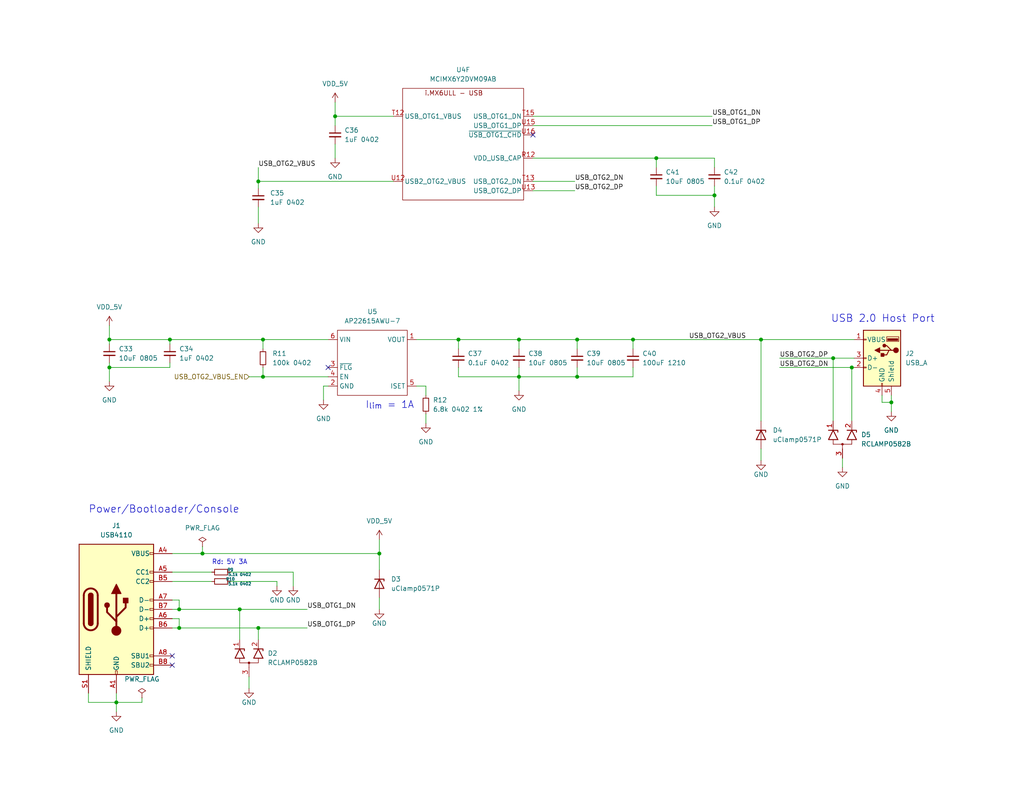
<source format=kicad_sch>
(kicad_sch (version 20230121) (generator eeschema)
  (paper "USLetter")
  (title_block (title "catfood") (date "${date}") (rev "${git_hash}") (company "Ian Kilgore"))
  (lib_symbols
    (symbol "Connector:USB_A" (pin_names (offset 1.016))
      (property "Reference" "J" (at -5.08 11.43 0))
      (property "Value" "USB_A" (at -5.08 8.89 0))
      (symbol "USB_A_1_1"
        (pin power_in line (at 7.62 5.08 180) (length 2.54) (name "VBUS") (number "1"))
        (pin bidirectional line (at 7.62 -2.54 180) (length 2.54) (name "D-") (number "2"))
        (pin bidirectional line (at 7.62 0 180) (length 2.54) (name "D+") (number "3"))
        (pin power_in line (at 0 -10.16 90) (length 2.54) (name "GND") (number "4"))
        (pin passive line (at -2.54 -10.16 90) (length 2.54) (name "Shield") (number "5"))
      )
    )
    (symbol "Connector:USB_C_Receptacle_USB2.0" (pin_names (offset 1.016))
      (property "Reference" "J" (at -10.16 19.05 0))
      (property "Value" "USB_C_Receptacle_USB2.0" (at 19.05 19.05 0))
      (symbol "USB_C_Receptacle_USB2.0_1_1"
        (pin passive line (at 0 -22.86 90) (length 5.08) (name "GND") (number "A1"))
        (pin passive line (at 0 -22.86 90) (length 5.08) hide (name "GND") (number "A12"))
        (pin passive line (at 15.24 15.24 180) (length 5.08) (name "VBUS") (number "A4"))
        (pin bidirectional line (at 15.24 10.16 180) (length 5.08) (name "CC1") (number "A5"))
        (pin bidirectional line (at 15.24 -2.54 180) (length 5.08) (name "D+") (number "A6"))
        (pin bidirectional line (at 15.24 2.54 180) (length 5.08) (name "D-") (number "A7"))
        (pin bidirectional line (at 15.24 -12.7 180) (length 5.08) (name "SBU1") (number "A8"))
        (pin passive line (at 15.24 15.24 180) (length 5.08) hide (name "VBUS") (number "A9"))
        (pin passive line (at 0 -22.86 90) (length 5.08) hide (name "GND") (number "B1"))
        (pin passive line (at 0 -22.86 90) (length 5.08) hide (name "GND") (number "B12"))
        (pin passive line (at 15.24 15.24 180) (length 5.08) hide (name "VBUS") (number "B4"))
        (pin bidirectional line (at 15.24 7.62 180) (length 5.08) (name "CC2") (number "B5"))
        (pin bidirectional line (at 15.24 -5.08 180) (length 5.08) (name "D+") (number "B6"))
        (pin bidirectional line (at 15.24 0 180) (length 5.08) (name "D-") (number "B7"))
        (pin bidirectional line (at 15.24 -15.24 180) (length 5.08) (name "SBU2") (number "B8"))
        (pin passive line (at 15.24 15.24 180) (length 5.08) hide (name "VBUS") (number "B9"))
        (pin passive line (at -7.62 -22.86 90) (length 5.08) (name "SHIELD") (number "S1"))
      )
    )
    (symbol "Device:C_Small" (pin_numbers hide) (pin_names (offset 0.254) hide)
      (property "Reference" "C" (at 0.254 1.778 0))
      (property "Value" "C_Small" (at 0.254 -2.032 0))
      (symbol "C_Small_1_1"
        (pin passive line (at 0 2.54 270) (length 2.032) (name "~") (number "1"))
        (pin passive line (at 0 -2.54 90) (length 2.032) (name "~") (number "2"))
      )
    )
    (symbol "Device:D_Zener" (pin_numbers hide) (pin_names (offset 1.016) hide)
      (property "Reference" "D" (at 0 2.54 0))
      (property "Value" "D_Zener" (at 0 -2.54 0))
      (symbol "D_Zener_1_1"
        (pin passive line (at -3.81 0 0) (length 2.54) (name "K") (number "1"))
        (pin passive line (at 3.81 0 180) (length 2.54) (name "A") (number "2"))
      )
    )
    (symbol "Device:R_Small" (pin_numbers hide) (pin_names (offset 0.254) hide)
      (property "Reference" "R" (at 0.762 0.508 0))
      (property "Value" "R_Small" (at 0.762 -1.016 0))
      (symbol "R_Small_1_1"
        (pin passive line (at 0 2.54 270) (length 0.762) (name "~") (number "1"))
        (pin passive line (at 0 -2.54 90) (length 0.762) (name "~") (number "2"))
      )
    )
    (symbol "Power_Protection:RCLAMP0582B" (pin_names hide)
      (property "Reference" "D" (at 0 5.08 0))
      (property "Value" "RCLAMP0582B" (at 0 -5.08 0))
      (symbol "RCLAMP0582B_0_1"
        (pin passive line (at -5.08 0 0) (length 2.54) (name "A") (number "3"))
      )
      (symbol "RCLAMP0582B_1_1"
        (pin passive line (at 5.08 2.54 180) (length 2.54) (name "K1") (number "1"))
        (pin passive line (at 5.08 -2.54 180) (length 2.54) (name "K2") (number "2"))
      )
    )
    (symbol "catfood:AP22615AWU-7"
      (property "Reference" "U" (at -8.89 7.62 0))
      (property "Value" "AP22615AWU-7" (at 8.89 7.62 0))
      (symbol "AP22615AWU-7_1_1"
        (pin power_out line (at 12.7 3.81 180) (length 2.54) (name "VOUT") (number "1"))
        (pin power_in line (at -11.43 -8.89 0) (length 2.54) (name "GND") (number "2"))
        (pin open_collector line (at -11.43 -3.81 0) (length 2.54) (name "~{FLG}") (number "3"))
        (pin input line (at -11.43 -6.35 0) (length 2.54) (name "EN") (number "4"))
        (pin passive line (at 12.7 -8.89 180) (length 2.54) (name "ISET") (number "5"))
        (pin power_in line (at -11.43 3.81 0) (length 2.54) (name "VIN") (number "6"))
      )
    )
    (symbol "catfood:MCIMX6YxxVMxxxx"
      (property "Reference" "U" (at -19.05 27.94 0))
      (property "Value" "MCIMX6YxxVMxxxx" (at 10.16 27.94 0))
      (symbol "MCIMX6YxxVMxxxx_1_0"
        (text "i.MX6ULL - Power" (at -1.27 25.4 0) (effects (font (size 1.27 1.27))))
        (pin passive line (at -17.78 -29.21 0) (length 2.54) hide (name "VSS") (number "A1"))
        (pin passive line (at -17.78 -29.21 0) (length 2.54) hide (name "VSS") (number "A17"))
        (pin power_in line (at -17.78 -29.21 0) (length 2.54) (name "VSS") (number "C11"))
        (pin passive line (at -17.78 -29.21 0) (length 2.54) hide (name "VSS") (number "C15"))
        (pin passive line (at -17.78 -29.21 0) (length 2.54) hide (name "VSS") (number "C3"))
        (pin passive line (at -17.78 -29.21 0) (length 2.54) hide (name "VSS") (number "C7"))
        (pin passive line (at -17.78 -29.21 0) (length 2.54) hide (name "VSS") (number "E11"))
        (pin passive line (at -17.78 -29.21 0) (length 2.54) hide (name "VSS") (number "E8"))
        (pin passive line (at -17.78 -29.21 0) (length 2.54) hide (name "VSS") (number "F10"))
        (pin passive line (at -17.78 -29.21 0) (length 2.54) hide (name "VSS") (number "F11"))
        (pin passive line (at -17.78 -29.21 0) (length 2.54) hide (name "VSS") (number "F12"))
        (pin passive line (at -17.78 -29.21 0) (length 2.54) hide (name "VSS") (number "F6"))
        (pin passive line (at -17.78 -29.21 0) (length 2.54) hide (name "VSS") (number "F7"))
        (pin passive line (at -17.78 -29.21 0) (length 2.54) hide (name "VSS") (number "F8"))
        (pin passive line (at -17.78 -29.21 0) (length 2.54) hide (name "VSS") (number "F9"))
        (pin passive line (at 17.78 19.05 180) (length 2.54) (name "VDD_ARM_CAP") (number "G10"))
        (pin passive line (at 17.78 19.05 180) (length 2.54) hide (name "VDD_ARM_CAP") (number "G11"))
        (pin passive line (at -17.78 -29.21 0) (length 2.54) hide (name "VSS") (number "G12"))
        (pin passive line (at -17.78 -29.21 0) (length 2.54) hide (name "VSS") (number "G15"))
        (pin passive line (at -17.78 -29.21 0) (length 2.54) hide (name "VSS") (number "G3"))
        (pin passive line (at -17.78 -29.21 0) (length 2.54) hide (name "VSS") (number "G5"))
        (pin passive line (at -17.78 -29.21 0) (length 2.54) hide (name "VSS") (number "G7"))
        (pin passive line (at 17.78 1.27 180) (length 2.54) (name "VDD_SOC_CAP") (number "G8"))
        (pin passive line (at 17.78 19.05 180) (length 2.54) hide (name "VDD_ARM_CAP") (number "G9"))
        (pin power_in line (at -17.78 19.05 0) (length 2.54) (name "VDD_SOC_IN") (number "H10"))
        (pin passive line (at 17.78 19.05 180) (length 2.54) hide (name "VDD_ARM_CAP") (number "H11"))
        (pin passive line (at -17.78 -29.21 0) (length 2.54) hide (name "VSS") (number "H12"))
        (pin passive line (at -17.78 -29.21 0) (length 2.54) hide (name "VSS") (number "H7"))
        (pin passive line (at 17.78 1.27 180) (length 2.54) hide (name "VDD_SOC_CAP") (number "H8"))
        (pin passive line (at -17.78 19.05 0) (length 2.54) hide (name "VDD_SOC_IN") (number "H9"))
        (pin passive line (at -17.78 19.05 0) (length 2.54) hide (name "VDD_SOC_IN") (number "J10"))
        (pin passive line (at 17.78 1.27 180) (length 2.54) hide (name "VDD_SOC_CAP") (number "J11"))
        (pin passive line (at -17.78 -29.21 0) (length 2.54) hide (name "VSS") (number "J12"))
        (pin passive line (at -17.78 -29.21 0) (length 2.54) hide (name "VSS") (number "J5"))
        (pin passive line (at -17.78 -29.21 0) (length 2.54) hide (name "VSS") (number "J7"))
        (pin passive line (at 17.78 1.27 180) (length 2.54) hide (name "VDD_SOC_CAP") (number "J8"))
        (pin passive line (at -17.78 19.05 0) (length 2.54) hide (name "VDD_SOC_IN") (number "J9"))
        (pin passive line (at -17.78 19.05 0) (length 2.54) hide (name "VDD_SOC_IN") (number "K10"))
        (pin passive line (at 17.78 1.27 180) (length 2.54) hide (name "VDD_SOC_CAP") (number "K11"))
        (pin passive line (at -17.78 -29.21 0) (length 2.54) hide (name "VSS") (number "K12"))
        (pin passive line (at -17.78 -29.21 0) (length 2.54) hide (name "VSS") (number "K7"))
        (pin passive line (at 17.78 1.27 180) (length 2.54) hide (name "VDD_SOC_CAP") (number "K8"))
        (pin passive line (at -17.78 19.05 0) (length 2.54) hide (name "VDD_SOC_IN") (number "K9"))
        (pin passive line (at 17.78 1.27 180) (length 2.54) hide (name "VDD_SOC_CAP") (number "L10"))
        (pin passive line (at 17.78 1.27 180) (length 2.54) hide (name "VDD_SOC_CAP") (number "L11"))
        (pin passive line (at -17.78 -29.21 0) (length 2.54) hide (name "VSS") (number "L12"))
        (pin passive line (at -17.78 -29.21 0) (length 2.54) hide (name "VSS") (number "L3"))
        (pin passive line (at -17.78 -29.21 0) (length 2.54) hide (name "VSS") (number "L7"))
        (pin passive line (at 17.78 1.27 180) (length 2.54) hide (name "VDD_SOC_CAP") (number "L8"))
        (pin passive line (at 17.78 1.27 180) (length 2.54) hide (name "VDD_SOC_CAP") (number "L9"))
        (pin passive line (at -17.78 -29.21 0) (length 2.54) hide (name "VSS") (number "M10"))
        (pin passive line (at -17.78 -29.21 0) (length 2.54) hide (name "VSS") (number "M11"))
        (pin power_in line (at -17.78 -26.67 0) (length 2.54) (name "NGND_KEL0") (number "M12"))
        (pin passive line (at -17.78 -29.21 0) (length 2.54) hide (name "VSS") (number "M7"))
        (pin passive line (at -17.78 -29.21 0) (length 2.54) hide (name "VSS") (number "M8"))
        (pin passive line (at -17.78 -29.21 0) (length 2.54) hide (name "VSS") (number "M9"))
        (pin passive line (at 17.78 -29.21 180) (length 2.54) (name "VDD_SNVS_CAP") (number "N12"))
        (pin power_in line (at -17.78 1.27 0) (length 2.54) (name "VDD_HIGH_IN") (number "N13"))
        (pin passive line (at -17.78 -29.21 0) (length 2.54) hide (name "VSS") (number "N3"))
        (pin passive line (at -17.78 -29.21 0) (length 2.54) hide (name "VSS") (number "N5"))
        (pin power_in line (at -17.78 -13.97 0) (length 2.54) (name "VDD_SNVS_IN") (number "P12"))
        (pin passive line (at 17.78 -24.13 180) (length 2.54) (name "NVCC_PLL") (number "P13"))
        (pin passive line (at -17.78 -29.21 0) (length 2.54) hide (name "VSS") (number "R11"))
        (pin passive line (at 17.78 -13.97 180) (length 2.54) (name "VDD_HIGH_CAP") (number "R14"))
        (pin passive line (at 17.78 -13.97 180) (length 2.54) hide (name "VDD_HIGH_CAP") (number "R15"))
        (pin passive line (at -17.78 -29.21 0) (length 2.54) hide (name "VSS") (number "R16"))
        (pin passive line (at -17.78 -29.21 0) (length 2.54) hide (name "VSS") (number "R17"))
        (pin passive line (at -17.78 -29.21 0) (length 2.54) hide (name "VSS") (number "R3"))
        (pin passive line (at -17.78 -29.21 0) (length 2.54) hide (name "VSS") (number "R5"))
        (pin passive line (at -17.78 -29.21 0) (length 2.54) hide (name "VSS") (number "R7"))
        (pin passive line (at -17.78 -29.21 0) (length 2.54) hide (name "VSS") (number "T14"))
        (pin passive line (at -17.78 -29.21 0) (length 2.54) hide (name "VSS") (number "U1"))
        (pin passive line (at -17.78 -29.21 0) (length 2.54) hide (name "VSS") (number "U14"))
        (pin passive line (at -17.78 -29.21 0) (length 2.54) hide (name "VSS") (number "U17"))
      )
      (symbol "MCIMX6YxxVMxxxx_2_0"
        (text "i.MX6ULL - Control" (at -3.81 24.13 0) (effects (font (size 1.27 1.27))))
        (pin output line (at 17.78 -55.88 180) (length 2.54) (name "UART5_TX_DATA") (number "F17"))
        (pin input line (at 17.78 -58.42 180) (length 2.54) (name "UART5_RX_DATA") (number "G13"))
        (pin input line (at 17.78 -40.64 180) (length 2.54) (name "~{UART3_RTS}") (number "G14"))
        (pin input line (at 17.78 -50.8 180) (length 2.54) (name "UART4_RX_DATA") (number "G16"))
        (pin output line (at 17.78 -48.26 180) (length 2.54) (name "UART4_TX_DATA") (number "G17"))
        (pin passive line (at 17.78 -5.08 180) (length 2.54) (name "NVCC_UART") (number "H13"))
        (pin input line (at 17.78 -27.94 180) (length 2.54) (name "~{UART2_RTS}") (number "H14"))
        (pin output line (at 17.78 -43.18 180) (length 2.54) (name "~{UART3_CTS}") (number "H15"))
        (pin input line (at 17.78 -38.1 180) (length 2.54) (name "UART3_RX_DATA") (number "H16"))
        (pin output line (at 17.78 -35.56 180) (length 2.54) (name "UART3_TX_DATA") (number "H17"))
        (pin input line (at 17.78 -15.24 180) (length 2.54) (name "~{UART1_RTS}") (number "J14"))
        (pin output line (at 17.78 -30.48 180) (length 2.54) (name "~{UART2_CTS}") (number "J15"))
        (pin input line (at 17.78 -25.4 180) (length 2.54) (name "UART2_RX_DATA") (number "J16"))
        (pin output line (at 17.78 -22.86 180) (length 2.54) (name "UART2_TX_DATA") (number "J17"))
        (pin output line (at 17.78 -10.16 180) (length 2.54) (name "UART1_TX_DATA") (number "K14"))
        (pin output line (at 17.78 -17.78 180) (length 2.54) (name "~{UART1_CTS}") (number "K15"))
        (pin input line (at 17.78 -12.7 180) (length 2.54) (name "UART1_RX_DATA") (number "K16"))
        (pin passive line (at 17.78 22.86 180) (length 2.54) (name "JTAG_TCK") (number "M14"))
        (pin passive line (at -22.86 -15.24 0) (length 2.54) (name "SNVS_TAMPER7") (number "N10"))
        (pin passive line (at -22.86 -12.7 0) (length 2.54) (name "SNVS_TAMPER6") (number "N11"))
        (pin passive line (at 17.78 12.7 180) (length 2.54) (name "~{JTAG_TRST}") (number "N14"))
        (pin passive line (at 17.78 15.24 180) (length 2.54) (name "JTAG_TDO") (number "N15"))
        (pin passive line (at 17.78 17.78 180) (length 2.54) (name "JTAG_TDI") (number "N16"))
        (pin passive line (at -22.86 7.62 0) (length 2.54) (name "TEST_MODE") (number "N7"))
        (pin passive line (at -22.86 -10.16 0) (length 2.54) (name "SNVS_TAMPER5") (number "N8"))
        (pin passive line (at -22.86 -17.78 0) (length 2.54) (name "SNVS_TAMPER8") (number "N9"))
        (pin passive line (at -22.86 -5.08 0) (length 2.54) (name "SNVS_TAMPER3") (number "P10"))
        (pin passive line (at -22.86 -2.54 0) (length 2.54) (name "SNVS_TAMPER2") (number "P11"))
        (pin passive line (at 17.78 20.32 180) (length 2.54) (name "JTAG_TMS") (number "P14"))
        (pin passive line (at 17.78 10.16 180) (length 2.54) (name "JTAG_MOD") (number "P15"))
        (pin passive line (at 17.78 3.81 180) (length 2.54) (name "CCM_CLK1_N") (number "P16"))
        (pin passive line (at 17.78 1.27 180) (length 2.54) (name "CCM_CLK1_P") (number "P17"))
        (pin input line (at -22.86 20.32 0) (length 2.54) (name "~{POR}") (number "P8"))
        (pin passive line (at -22.86 -7.62 0) (length 2.54) (name "SNVS_TAMPER4") (number "P9"))
        (pin passive line (at -22.86 2.54 0) (length 2.54) (name "SNVS_TAMPER0") (number "R10"))
        (pin passive line (at -22.86 -54.61 0) (length 2.54) (name "GPANAIO") (number "R13"))
        (pin passive line (at -22.86 -20.32 0) (length 2.54) (name "SNVS_TAMPER9") (number "R6"))
        (pin input line (at -22.86 22.86 0) (length 2.54) (name "ONOFF") (number "R8"))
        (pin passive line (at -22.86 0 0) (length 2.54) (name "SNVS_TAMPER1") (number "R9"))
        (pin input line (at -22.86 12.7 0) (length 2.54) (name "BOOT_MODE0") (number "T10"))
        (pin passive line (at -22.86 -44.45 0) (length 2.54) (name "RTC_XTALI") (number "T11"))
        (pin passive line (at -22.86 -36.83 0) (length 2.54) (name "XTALI") (number "T16"))
        (pin passive line (at -22.86 -39.37 0) (length 2.54) (name "XTALO") (number "T17"))
        (pin passive line (at -22.86 -29.21 0) (length 2.54) (name "SNVS_PMIC_ON_REQ") (number "T9"))
        (pin input line (at -22.86 10.16 0) (length 2.54) (name "BOOT_MODE1") (number "U10"))
        (pin passive line (at -22.86 -46.99 0) (length 2.54) (name "RTC_XTALO") (number "U11"))
        (pin output line (at -22.86 -26.67 0) (length 2.54) (name "CCM_PMIC_STBY_REQ") (number "U9"))
      )
      (symbol "MCIMX6YxxVMxxxx_3_0"
        (text "i.MX6ULL - DDR" (at -1.27 25.4 0) (effects (font (size 1.27 1.27))))
        (pin output line (at 17.78 -36.83 180) (length 2.54) (name "DRAM_ODT1") (number "F1"))
        (pin output line (at -17.78 -13.97 0) (length 2.54) (name "DRAM_ADDR14") (number "G1"))
        (pin output line (at -17.78 6.35 0) (length 2.54) (name "DRAM_ADDR06") (number "G2"))
        (pin output line (at -17.78 -52.07 0) (length 2.54) (name "DRAM_RESET") (number "G4"))
        (pin power_in line (at 17.78 -50.8 180) (length 2.54) (name "NVCC_DRAM") (number "G6"))
        (pin output line (at -17.78 -22.86 0) (length 2.54) (name "DRAM_SDBA1") (number "H1"))
        (pin output line (at -17.78 19.05 0) (length 2.54) (name "DRAM_ADDR01") (number "H2"))
        (pin output line (at -17.78 -11.43 0) (length 2.54) (name "DRAM_ADDR13") (number "H3"))
        (pin output line (at -17.78 3.81 0) (length 2.54) (name "DRAM_ADDR07") (number "H4"))
        (pin output line (at -17.78 -33.02 0) (length 2.54) (name "~{DRAM_CS1}") (number "H5"))
        (pin passive line (at 17.78 -50.8 180) (length 2.54) hide (name "NVCC_DRAM") (number "H6"))
        (pin output line (at -17.78 -41.91 0) (length 2.54) (name "~{DRAM_SDWE}") (number "J1"))
        (pin output line (at -17.78 -39.37 0) (length 2.54) (name "~{DRAM_CAS}") (number "J2"))
        (pin output line (at 17.78 -43.18 180) (length 2.54) (name "DRAM_SDCKE1") (number "J3"))
        (pin output line (at -17.78 1.27 0) (length 2.54) (name "DRAM_ADDR08") (number "J4"))
        (pin passive line (at 17.78 -50.8 180) (length 2.54) hide (name "NVCC_DRAM") (number "J6"))
        (pin output line (at -17.78 16.51 0) (length 2.54) (name "DRAM_ADDR02") (number "K1"))
        (pin output line (at -17.78 -25.4 0) (length 2.54) (name "DRAM_SDBA2") (number "K2"))
        (pin output line (at -17.78 -6.35 0) (length 2.54) (name "DRAM_ADDR11") (number "K3"))
        (pin output line (at -17.78 11.43 0) (length 2.54) (name "DRAM_ADDR04") (number "K4"))
        (pin output line (at -17.78 -16.51 0) (length 2.54) (name "DRAM_ADDR15") (number "K5"))
        (pin passive line (at 17.78 -50.8 180) (length 2.54) hide (name "NVCC_DRAM") (number "K6"))
        (pin output line (at -17.78 8.89 0) (length 2.54) (name "DRAM_ADDR05") (number "L1"))
        (pin output line (at -17.78 -1.27 0) (length 2.54) (name "DRAM_ADDR09") (number "L2"))
        (pin output line (at -17.78 -8.89 0) (length 2.54) (name "DRAM_ADDR12") (number "L4"))
        (pin output line (at -17.78 21.59 0) (length 2.54) (name "DRAM_ADDR00") (number "L5"))
        (pin passive line (at 17.78 -50.8 180) (length 2.54) hide (name "NVCC_DRAM") (number "L6"))
        (pin output line (at -17.78 -20.32 0) (length 2.54) (name "DRAM_SDBA0") (number "M1"))
        (pin output line (at -17.78 13.97 0) (length 2.54) (name "DRAM_ADDR03") (number "M2"))
        (pin output line (at 17.78 -45.72 180) (length 2.54) (name "DRAM_SDCKE0") (number "M3"))
        (pin output line (at -17.78 -3.81 0) (length 2.54) (name "DRAM_ADDR10") (number "M4"))
        (pin output line (at -17.78 -36.83 0) (length 2.54) (name "~{DRAM_RAS}") (number "M5"))
        (pin passive line (at 17.78 -50.8 180) (length 2.54) hide (name "NVCC_DRAM") (number "M6"))
        (pin output line (at 17.78 -39.37 180) (length 2.54) (name "DRAM_ODT0") (number "N1"))
        (pin output line (at -17.78 -30.48 0) (length 2.54) (name "~{DRAM_CS0}") (number "N2"))
        (pin input line (at -17.78 -54.61 0) (length 2.54) (name "DRAM_ZQPAD") (number "N4"))
        (pin power_in line (at -17.78 -59.69 0) (length 2.54) (name "NVCC_DRAM_2P5") (number "N6"))
        (pin input line (at -17.78 -45.72 0) (length 2.54) (name "DRAM_SDCLK0_P") (number "P1"))
        (pin input line (at -17.78 -48.26 0) (length 2.54) (name "DRAM_SDCLK0_N") (number "P2"))
        (pin bidirectional line (at 17.78 -20.32 180) (length 2.54) (name "DRAM_DATA13") (number "P3"))
        (pin power_in line (at -17.78 -62.23 0) (length 2.54) (name "DRAM_VREF") (number "P4"))
        (pin bidirectional line (at 17.78 -17.78 180) (length 2.54) (name "DRAM_DATA12") (number "P5"))
        (pin input line (at 17.78 1.27 180) (length 2.54) (name "DRAM_SDQS0_P") (number "P6"))
        (pin input line (at 17.78 -1.27 180) (length 2.54) (name "DRAM_SDQS0_N") (number "P7"))
        (pin bidirectional line (at 17.78 -25.4 180) (length 2.54) (name "DRAM_DATA15") (number "R1"))
        (pin bidirectional line (at 17.78 -22.86 180) (length 2.54) (name "DRAM_DATA14") (number "R2"))
        (pin bidirectional line (at 17.78 -15.24 180) (length 2.54) (name "DRAM_DATA11") (number "R4"))
        (pin input line (at 17.78 -27.94 180) (length 2.54) (name "DRAM_SDQS1_P") (number "T1"))
        (pin input line (at 17.78 -30.48 180) (length 2.54) (name "DRAM_SDQS1_N") (number "T2"))
        (pin output line (at 17.78 -33.02 180) (length 2.54) (name "DRAM_DQM1") (number "T3"))
        (pin bidirectional line (at 17.78 21.59 180) (length 2.54) (name "DRAM_DATA00") (number "T4"))
        (pin bidirectional line (at 17.78 6.35 180) (length 2.54) (name "DRAM_DATA06") (number "T5"))
        (pin bidirectional line (at 17.78 16.51 180) (length 2.54) (name "DRAM_DATA02") (number "T6"))
        (pin output line (at 17.78 -3.81 180) (length 2.54) (name "DRAM_DQM0") (number "T7"))
        (pin bidirectional line (at 17.78 8.89 180) (length 2.54) (name "DRAM_DATA05") (number "T8"))
        (pin bidirectional line (at 17.78 -7.62 180) (length 2.54) (name "DRAM_DATA08") (number "U2"))
        (pin bidirectional line (at 17.78 -10.16 180) (length 2.54) (name "DRAM_DATA09") (number "U3"))
        (pin bidirectional line (at 17.78 3.81 180) (length 2.54) (name "DRAM_DATA07") (number "U4"))
        (pin bidirectional line (at 17.78 -12.7 180) (length 2.54) (name "DRAM_DATA10") (number "U5"))
        (pin bidirectional line (at 17.78 19.05 180) (length 2.54) (name "DRAM_DATA01") (number "U6"))
        (pin bidirectional line (at 17.78 13.97 180) (length 2.54) (name "DRAM_DATA03") (number "U7"))
        (pin bidirectional line (at 17.78 11.43 180) (length 2.54) (name "DRAM_DATA04") (number "U8"))
      )
      (symbol "MCIMX6YxxVMxxxx_4_0"
        (text "i.MX6ULL - LCD" (at -1.27 25.4 0) (effects (font (size 1.27 1.27))))
        (pin output line (at 17.78 6.35 180) (length 2.54) (name "LCD_DATA06") (number "A10"))
        (pin output line (at 17.78 -1.27 180) (length 2.54) (name "LCD_DATA09") (number "A11"))
        (pin output line (at 17.78 -13.97 180) (length 2.54) (name "LCD_DATA14") (number "A12"))
        (pin output line (at 17.78 -24.13 180) (length 2.54) (name "LCD_DATA18") (number "A13"))
        (pin output line (at 17.78 -34.29 180) (length 2.54) (name "LCD_DATA22") (number "A14"))
        (pin output line (at -17.78 15.24 0) (length 2.54) (name "LCD_CLK") (number "A8"))
        (pin output line (at 17.78 19.05 180) (length 2.54) (name "LCD_DATA01") (number "A9"))
        (pin output line (at 17.78 8.89 180) (length 2.54) (name "LCD_DATA05") (number "B10"))
        (pin output line (at 17.78 1.27 180) (length 2.54) (name "LCD_DATA08") (number "B11"))
        (pin output line (at 17.78 -11.43 180) (length 2.54) (name "LCD_DATA13") (number "B12"))
        (pin output line (at 17.78 -21.59 180) (length 2.54) (name "LCD_DATA17") (number "B13"))
        (pin output line (at 17.78 -31.75 180) (length 2.54) (name "LCD_DATA21") (number "B14"))
        (pin output line (at 17.78 -36.83 180) (length 2.54) (name "LCD_DATA23") (number "B16"))
        (pin output line (at -17.78 12.7 0) (length 2.54) (name "LCD_ENABLE") (number "B8"))
        (pin output line (at 17.78 21.59 180) (length 2.54) (name "LCD_DATA00") (number "B9"))
        (pin output line (at 17.78 11.43 180) (length 2.54) (name "LCD_DATA04") (number "C10"))
        (pin output line (at 17.78 -8.89 180) (length 2.54) (name "LCD_DATA12") (number "C12"))
        (pin output line (at 17.78 -19.05 180) (length 2.54) (name "LCD_DATA16") (number "C13"))
        (pin output line (at 17.78 -29.21 180) (length 2.54) (name "LCD_DATA20") (number "C14"))
        (pin output line (at -17.78 7.62 0) (length 2.54) (name "LCD_VSYNC") (number "C9"))
        (pin output line (at 17.78 13.97 180) (length 2.54) (name "LCD_DATA03") (number "D10"))
        (pin output line (at 17.78 3.81 180) (length 2.54) (name "LCD_DATA07") (number "D11"))
        (pin output line (at 17.78 -6.35 180) (length 2.54) (name "LCD_DATA11") (number "D12"))
        (pin output line (at 17.78 -16.51 180) (length 2.54) (name "LCD_DATA15") (number "D13"))
        (pin output line (at 17.78 -26.67 180) (length 2.54) (name "LCD_DATA19") (number "D14"))
        (pin output line (at -17.78 10.16 0) (length 2.54) (name "LCD_HSYNC") (number "D9"))
        (pin output line (at 17.78 16.51 180) (length 2.54) (name "LCD_DATA02") (number "E10"))
        (pin output line (at 17.78 -3.81 180) (length 2.54) (name "LCD_DATA10") (number "E12"))
        (pin power_in line (at -17.78 21.59 0) (length 2.54) (name "NVCC_LCD") (number "E13"))
        (pin output line (at -17.78 5.08 0) (length 2.54) (name "LCD_RESET") (number "E9"))
      )
      (symbol "MCIMX6YxxVMxxxx_5_0"
        (text "i.MX6ULL - CSI" (at -1.27 25.4 0) (effects (font (size 1.27 1.27))))
        (pin bidirectional line (at 17.78 -8.89 180) (length 2.54) (name "CSI_DATA07") (number "D1"))
        (pin bidirectional line (at 17.78 -6.35 180) (length 2.54) (name "CSI_DATA06") (number "D2"))
        (pin bidirectional line (at 17.78 -3.81 180) (length 2.54) (name "CSI_DATA05") (number "D3"))
        (pin bidirectional line (at 17.78 -1.27 180) (length 2.54) (name "CSI_DATA04") (number "D4"))
        (pin bidirectional line (at 17.78 1.27 180) (length 2.54) (name "CSI_DATA03") (number "E1"))
        (pin bidirectional line (at 17.78 3.81 180) (length 2.54) (name "CSI_DATA02") (number "E2"))
        (pin bidirectional line (at 17.78 6.35 180) (length 2.54) (name "CSI_DATA01") (number "E3"))
        (pin bidirectional line (at 17.78 8.89 180) (length 2.54) (name "CSI_DATA00") (number "E4"))
        (pin bidirectional line (at 17.78 19.05 180) (length 2.54) (name "CSI_PIXCLK") (number "E5"))
        (pin bidirectional line (at 17.78 15.24 180) (length 2.54) (name "CSI_VSYNC") (number "F2"))
        (pin bidirectional line (at 17.78 12.7 180) (length 2.54) (name "CSI_HSYNC") (number "F3"))
        (pin power_in line (at -17.78 21.59 0) (length 2.54) (name "NVCC_CSI") (number "F4"))
        (pin bidirectional line (at 17.78 21.59 180) (length 2.54) (name "CSI_MCLK") (number "F5"))
      )
      (symbol "MCIMX6YxxVMxxxx_6_0"
        (text "i.MX6ULL - USB" (at -1.27 25.4 0) (effects (font (size 1.27 1.27))))
        (pin passive line (at 20.32 7.62 180) (length 2.54) (name "VDD_USB_CAP") (number "R12"))
        (pin power_in line (at -17.78 19.05 0) (length 2.54) (name "USB_OTG1_VBUS") (number "T12"))
        (pin bidirectional line (at 20.32 1.27 180) (length 2.54) (name "USB_OTG2_DN") (number "T13"))
        (pin bidirectional line (at 20.32 19.05 180) (length 2.54) (name "USB_OTG1_DN") (number "T15"))
        (pin power_in line (at -17.78 1.27 0) (length 2.54) (name "USB2_OTG2_VBUS") (number "U12"))
        (pin bidirectional line (at 20.32 -1.27 180) (length 2.54) (name "USB_OTG2_DP") (number "U13"))
        (pin bidirectional line (at 20.32 16.51 180) (length 2.54) (name "USB_OTG1_DP") (number "U15"))
        (pin bidirectional line (at 20.32 13.97 180) (length 2.54) (name "~{USB_OTG1_CHD}") (number "U16"))
      )
      (symbol "MCIMX6YxxVMxxxx_7_0"
        (text "i.MX6ULL - ADC" (at -1.27 25.4 0) (effects (font (size 1.27 1.27))))
        (pin power_in line (at -17.78 21.59 0) (length 2.54) (name "VDDA_ADC_3P3") (number "L13"))
        (pin power_in line (at -17.78 19.05 0) (length 2.54) (name "ADC_VREFH") (number "M13"))
      )
      (symbol "MCIMX6YxxVMxxxx_8_0"
        (text "i.MX6ULL - Ethernet" (at -1.27 25.4 0) (effects (font (size 1.27 1.27))))
        (pin bidirectional line (at 17.78 -5.08 180) (length 2.54) (name "ENET2_TX_DATA0") (number "A15"))
        (pin bidirectional line (at 17.78 -7.62 180) (length 2.54) (name "ENET2_TX_DATA1") (number "A16"))
        (pin bidirectional line (at 17.78 -10.16 180) (length 2.54) (name "ENET2_TX_EN") (number "B15"))
        (pin bidirectional line (at 17.78 -22.86 180) (length 2.54) (name "ENET2_RX_EN") (number "B17"))
        (pin bidirectional line (at 17.78 -17.78 180) (length 2.54) (name "ENET2_RX_DATA1") (number "C16"))
        (pin bidirectional line (at 17.78 -15.24 180) (length 2.54) (name "ENET2_RX_DATA0") (number "C17"))
        (pin bidirectional line (at 17.78 6.35 180) (length 2.54) (name "ENET1_RX_ER") (number "D15"))
        (pin bidirectional line (at 17.78 -20.32 180) (length 2.54) (name "ENET2_RX_ER") (number "D16"))
        (pin bidirectional line (at 17.78 -12.7 180) (length 2.54) (name "ENET2_TX_CLK") (number "D17"))
        (pin bidirectional line (at 17.78 19.05 180) (length 2.54) (name "ENET1_TX_DATA1") (number "E14"))
        (pin bidirectional line (at 17.78 21.59 180) (length 2.54) (name "ENET1_TX_DATA0") (number "E15"))
        (pin bidirectional line (at 17.78 3.81 180) (length 2.54) (name "ENET1_RX_EN") (number "E16"))
        (pin bidirectional line (at 17.78 8.89 180) (length 2.54) (name "ENET1_RX_DATA1") (number "E17"))
        (pin power_in line (at -17.78 21.59 0) (length 2.54) (name "NVCC_ENET") (number "F13"))
        (pin bidirectional line (at 17.78 13.97 180) (length 2.54) (name "ENET1_TX_CLK") (number "F14"))
        (pin bidirectional line (at 17.78 16.51 180) (length 2.54) (name "ENET1_TX_EN") (number "F15"))
        (pin bidirectional line (at 17.78 11.43 180) (length 2.54) (name "ENET1_RX_DATA0") (number "F16"))
      )
      (symbol "MCIMX6YxxVMxxxx_9_0"
        (text "i.MX6ULL - SD" (at -1.27 25.4 0) (effects (font (size 1.27 1.27))))
        (pin bidirectional line (at 17.78 6.35 180) (length 2.54) (name "SD1_DATA3") (number "A2"))
        (pin bidirectional line (at 17.78 8.89 180) (length 2.54) (name "SD1_DATA2") (number "B1"))
        (pin bidirectional line (at 17.78 11.43 180) (length 2.54) (name "SD1_DATA1") (number "B2"))
        (pin bidirectional line (at 17.78 13.97 180) (length 2.54) (name "SD1_DATA0") (number "B3"))
        (pin bidirectional line (at 17.78 21.59 180) (length 2.54) (name "SD1_CLK") (number "C1"))
        (pin bidirectional line (at 17.78 19.05 180) (length 2.54) (name "SD1_CMD") (number "C2"))
        (pin power_in line (at -17.78 21.59 0) (length 2.54) (name "NVCC_SD1") (number "C4"))
      )
      (symbol "MCIMX6YxxVMxxxx_10_0"
        (text "i.MX6ULL - NAND" (at -1.27 25.4 0) (effects (font (size 1.27 1.27))))
        (pin bidirectional line (at 17.78 1.27 180) (length 2.54) (name "~{NAND_READY}") (number "A3"))
        (pin bidirectional line (at 17.78 11.43 180) (length 2.54) (name "NAND_CLE") (number "A4"))
        (pin bidirectional line (at 17.78 -24.13 180) (length 2.54) (name "NAND_DATA07") (number "A5"))
        (pin bidirectional line (at 17.78 -21.59 180) (length 2.54) (name "NAND_DATA06") (number "A6"))
        (pin bidirectional line (at 17.78 -11.43 180) (length 2.54) (name "NAND_DATA02") (number "A7"))
        (pin bidirectional line (at 17.78 13.97 180) (length 2.54) (name "NAND_ALE") (number "B4"))
        (pin output line (at 17.78 19.05 180) (length 2.54) (name "~{NAND_CE1}") (number "B5"))
        (pin bidirectional line (at 17.78 -19.05 180) (length 2.54) (name "NAND_DATA05") (number "B6"))
        (pin bidirectional line (at 17.78 -8.89 180) (length 2.54) (name "NAND_DATA01") (number "B7"))
        (pin output line (at 17.78 21.59 180) (length 2.54) (name "~{NAND_CE0}") (number "C5"))
        (pin bidirectional line (at 17.78 -16.51 180) (length 2.54) (name "NAND_DATA04") (number "C6"))
        (pin bidirectional line (at 17.78 6.35 180) (length 2.54) (name "~{NAND_WE}") (number "C8"))
        (pin bidirectional line (at 17.78 3.81 180) (length 2.54) (name "~{NAND_WP}") (number "D5"))
        (pin bidirectional line (at 17.78 -13.97 180) (length 2.54) (name "NAND_DATA03") (number "D6"))
        (pin bidirectional line (at 17.78 -6.35 180) (length 2.54) (name "NAND_DATA00") (number "D7"))
        (pin bidirectional line (at 17.78 8.89 180) (length 2.54) (name "~{NAND_RE}") (number "D8"))
        (pin bidirectional line (at 17.78 -1.27 180) (length 2.54) (name "NAND_DQS") (number "E6"))
        (pin power_in line (at -17.78 21.59 0) (length 2.54) (name "NVCC_NAND") (number "E7"))
      )
      (symbol "MCIMX6YxxVMxxxx_11_0"
        (text "i.MX6ULL - GPIO" (at -1.27 25.4 0) (effects (font (size 1.27 1.27))))
        (pin power_in line (at -17.78 21.59 0) (length 2.54) (name "NVCC_GPIO") (number "J13"))
        (pin bidirectional line (at 17.78 21.59 180) (length 2.54) (name "GPIO1_IO00") (number "K13"))
        (pin bidirectional line (at 17.78 6.35 180) (length 2.54) (name "GPIO1_IO06") (number "K17"))
        (pin bidirectional line (at 17.78 16.51 180) (length 2.54) (name "GPIO1_IO02") (number "L14"))
        (pin bidirectional line (at 17.78 19.05 180) (length 2.54) (name "GPIO1_IO01") (number "L15"))
        (pin bidirectional line (at 17.78 3.81 180) (length 2.54) (name "GPOI1_IO07") (number "L16"))
        (pin bidirectional line (at 17.78 13.97 180) (length 2.54) (name "GPIO1_IO03") (number "L17"))
        (pin bidirectional line (at 17.78 -1.27 180) (length 2.54) (name "GPIO1_IO09") (number "M15"))
        (pin bidirectional line (at 17.78 11.43 180) (length 2.54) (name "GPIO1_IO04") (number "M16"))
        (pin bidirectional line (at 17.78 8.89 180) (length 2.54) (name "GPIO1_IO05") (number "M17"))
        (pin bidirectional line (at 17.78 1.27 180) (length 2.54) (name "GPIO1_IO08") (number "N17"))
      )
    )
    (symbol "catfood:VDD_5V" (power) (pin_names (offset 0))
      (property "Value" "VDD_5V" (at 0 5.08 0))
      (symbol "VDD_5V_1_1"
        (pin power_in line (at 0 0 90) (length 0) hide (name "VDD_5V") (number "1"))
      )
    )
    (symbol "power:GND" (power) (pin_names (offset 0))
      (property "Value" "GND" (at 0 -3.81 0))
      (symbol "GND_1_1"
        (pin power_in line (at 0 0 270) (length 0) hide (name "GND") (number "1"))
      )
    )
    (symbol "power:PWR_FLAG" (power) (pin_numbers hide) (pin_names (offset 0) hide)
      (property "Value" "PWR_FLAG" (at 0 3.81 0))
      (symbol "PWR_FLAG_0_0"
        (pin power_out line (at 0 0 90) (length 0) (name "pwr") (number "1"))
      )
    )
  )
  (junction (at 70.485 171.45))
  (junction (at 70.485 49.53))
  (junction (at 141.605 92.71))
  (junction (at 29.845 100.33))
  (junction (at 157.48 102.87))
  (junction (at 172.72 92.71))
  (junction (at 179.07 43.18))
  (junction (at 103.505 151.13))
  (junction (at 65.405 166.37))
  (junction (at 48.895 166.37))
  (junction (at 157.48 92.71))
  (junction (at 125.095 92.71))
  (junction (at 243.205 109.855))
  (junction (at 48.895 171.45))
  (junction (at 227.33 97.79))
  (junction (at 71.755 92.71))
  (junction (at 46.355 92.71))
  (junction (at 194.945 53.34))
  (junction (at 141.605 102.87))
  (junction (at 29.845 92.71))
  (junction (at 91.44 31.75))
  (junction (at 71.755 102.87))
  (junction (at 207.645 92.71))
  (junction (at 55.245 151.13))
  (junction (at 31.75 191.77))
  (junction (at 232.41 100.33))
  (no_connect (at 46.99 181.61))
  (no_connect (at 145.415 36.83))
  (no_connect (at 89.535 100.33))
  (no_connect (at 46.99 179.07))
  (wire (pts (xy 232.41 100.33) (xy 232.41 114.935)))
  (wire (pts (xy 179.07 43.18) (xy 179.07 45.72)))
  (wire (pts (xy 46.99 171.45) (xy 48.895 171.45)))
  (wire (pts (xy 103.505 151.13) (xy 103.505 147.32)))
  (wire (pts (xy 125.095 102.87) (xy 141.605 102.87)))
  (wire (pts (xy 116.205 105.41) (xy 116.205 107.95)))
  (wire (pts (xy 227.33 97.79) (xy 227.33 114.935)))
  (wire (pts (xy 65.405 166.37) (xy 65.405 174.625)))
  (wire (pts (xy 46.99 163.83) (xy 48.895 163.83)))
  (wire (pts (xy 88.265 105.41) (xy 88.265 109.22)))
  (wire (pts (xy 48.895 166.37) (xy 65.405 166.37)))
  (wire (pts (xy 240.665 109.855) (xy 243.205 109.855)))
  (wire (pts (xy 145.415 52.07) (xy 156.845 52.07)))
  (wire (pts (xy 46.99 151.13) (xy 55.245 151.13)))
  (wire (pts (xy 46.355 92.71) (xy 71.755 92.71)))
  (wire (pts (xy 55.245 151.13) (xy 103.505 151.13)))
  (wire (pts (xy 91.44 39.37) (xy 91.44 43.18)))
  (wire (pts (xy 29.845 88.9) (xy 29.845 92.71)))
  (wire (pts (xy 172.72 92.71) (xy 207.645 92.71)))
  (wire (pts (xy 70.485 49.53) (xy 107.315 49.53)))
  (wire (pts (xy 194.945 53.34) (xy 194.945 56.515)))
  (wire (pts (xy 207.645 122.555) (xy 207.645 125.73)))
  (wire (pts (xy 113.665 92.71) (xy 125.095 92.71)))
  (wire (pts (xy 125.095 92.71) (xy 141.605 92.71)))
  (wire (pts (xy 89.535 105.41) (xy 88.265 105.41)))
  (wire (pts (xy 29.845 100.33) (xy 29.845 104.14)))
  (wire (pts (xy 232.41 100.33) (xy 233.045 100.33)))
  (wire (pts (xy 29.845 99.06) (xy 29.845 100.33)))
  (wire (pts (xy 29.845 92.71) (xy 46.355 92.71)))
  (wire (pts (xy 46.355 92.71) (xy 46.355 93.98)))
  (wire (pts (xy 157.48 100.33) (xy 157.48 102.87)))
  (wire (pts (xy 38.735 190.5) (xy 38.735 191.77)))
  (wire (pts (xy 48.895 163.83) (xy 48.895 166.37)))
  (wire (pts (xy 141.605 102.87) (xy 141.605 106.68)))
  (wire (pts (xy 67.945 184.785) (xy 67.945 187.96)))
  (wire (pts (xy 125.095 92.71) (xy 125.095 95.25)))
  (wire (pts (xy 46.99 168.91) (xy 48.895 168.91)))
  (wire (pts (xy 145.415 34.29) (xy 194.31 34.29)))
  (wire (pts (xy 91.44 27.94) (xy 91.44 31.75)))
  (wire (pts (xy 70.485 49.53) (xy 70.485 51.435)))
  (wire (pts (xy 91.44 34.29) (xy 91.44 31.75)))
  (wire (pts (xy 46.355 99.06) (xy 46.355 100.33)))
  (wire (pts (xy 243.205 107.95) (xy 243.205 109.855)))
  (wire (pts (xy 24.13 189.23) (xy 24.13 191.77)))
  (wire (pts (xy 194.945 50.8) (xy 194.945 53.34)))
  (wire (pts (xy 103.505 155.575) (xy 103.505 151.13)))
  (wire (pts (xy 71.755 102.87) (xy 89.535 102.87)))
  (wire (pts (xy 157.48 102.87) (xy 172.72 102.87)))
  (wire (pts (xy 75.565 158.75) (xy 75.565 160.02)))
  (wire (pts (xy 46.99 166.37) (xy 48.895 166.37)))
  (wire (pts (xy 80.01 156.21) (xy 80.01 160.02)))
  (wire (pts (xy 125.095 100.33) (xy 125.095 102.87)))
  (wire (pts (xy 24.13 191.77) (xy 31.75 191.77)))
  (wire (pts (xy 207.645 92.71) (xy 207.645 114.935)))
  (wire (pts (xy 71.755 100.33) (xy 71.755 102.87)))
  (wire (pts (xy 157.48 92.71) (xy 172.72 92.71)))
  (wire (pts (xy 227.33 97.79) (xy 233.045 97.79)))
  (wire (pts (xy 71.755 92.71) (xy 71.755 95.25)))
  (wire (pts (xy 62.865 158.75) (xy 75.565 158.75)))
  (wire (pts (xy 70.485 171.45) (xy 70.485 174.625)))
  (wire (pts (xy 243.205 109.855) (xy 243.205 112.395)))
  (wire (pts (xy 145.415 43.18) (xy 179.07 43.18)))
  (wire (pts (xy 55.245 149.225) (xy 55.245 151.13)))
  (wire (pts (xy 229.87 125.095) (xy 229.87 127.635)))
  (wire (pts (xy 212.725 97.79) (xy 227.33 97.79)))
  (wire (pts (xy 194.945 43.18) (xy 194.945 45.72)))
  (wire (pts (xy 71.755 92.71) (xy 89.535 92.71)))
  (wire (pts (xy 141.605 102.87) (xy 157.48 102.87)))
  (wire (pts (xy 31.75 191.77) (xy 31.75 194.31)))
  (wire (pts (xy 145.415 31.75) (xy 194.31 31.75)))
  (wire (pts (xy 207.645 92.71) (xy 233.045 92.71)))
  (wire (pts (xy 48.895 171.45) (xy 70.485 171.45)))
  (wire (pts (xy 141.605 92.71) (xy 141.605 95.25)))
  (wire (pts (xy 157.48 92.71) (xy 141.605 92.71)))
  (wire (pts (xy 46.99 156.21) (xy 57.785 156.21)))
  (wire (pts (xy 179.07 43.18) (xy 194.945 43.18)))
  (wire (pts (xy 157.48 92.71) (xy 157.48 95.25)))
  (wire (pts (xy 29.845 100.33) (xy 46.355 100.33)))
  (wire (pts (xy 48.895 168.91) (xy 48.895 171.45)))
  (wire (pts (xy 179.07 53.34) (xy 194.945 53.34)))
  (wire (pts (xy 70.485 171.45) (xy 83.82 171.45)))
  (wire (pts (xy 70.485 56.515) (xy 70.485 60.96)))
  (wire (pts (xy 46.99 158.75) (xy 57.785 158.75)))
  (wire (pts (xy 38.735 191.77) (xy 31.75 191.77)))
  (wire (pts (xy 141.605 102.87) (xy 141.605 100.33)))
  (wire (pts (xy 145.415 49.53) (xy 156.845 49.53)))
  (wire (pts (xy 65.405 166.37) (xy 83.82 166.37)))
  (wire (pts (xy 103.505 163.195) (xy 103.505 166.37)))
  (wire (pts (xy 116.205 113.03) (xy 116.205 115.57)))
  (wire (pts (xy 62.865 156.21) (xy 80.01 156.21)))
  (wire (pts (xy 179.07 50.8) (xy 179.07 53.34)))
  (wire (pts (xy 212.725 100.33) (xy 232.41 100.33)))
  (wire (pts (xy 67.945 102.87) (xy 71.755 102.87)))
  (wire (pts (xy 240.665 107.95) (xy 240.665 109.855)))
  (wire (pts (xy 113.665 105.41) (xy 116.205 105.41)))
  (wire (pts (xy 70.485 45.72) (xy 70.485 49.53)))
  (wire (pts (xy 172.72 95.25) (xy 172.72 92.71)))
  (wire (pts (xy 91.44 31.75) (xy 107.315 31.75)))
  (wire (pts (xy 172.72 102.87) (xy 172.72 100.33)))
  (wire (pts (xy 29.845 92.71) (xy 29.845 93.98)))
  (wire (pts (xy 31.75 189.23) (xy 31.75 191.77)))
  (text "Power/Bootloader/Console" (at 24.13 140.335 0) (effects (font (size 2 2)) (justify left bottom)))
  (text "USB 2.0 Host Port" (at 226.695 88.265 0) (effects (font (size 2 2)) (justify left bottom)))
  (text "I_{lim} = 1A" (at 99.695 111.76 0) (effects (font (size 1.9 1.9)) (justify left bottom)))
  (text "Rd: 5V 3A" (at 57.785 154.305 0) (effects (font (size 1.27 1.27)) (justify left bottom)))
  (label "USB_OTG2_DN" (at 156.845 49.53 0))
  (label "USB_OTG2_VBUS" (at 187.96 92.71 0))
  (label "USB_OTG2_VBUS" (at 70.485 45.72 0))
  (label "USB_OTG1_DP" (at 194.31 34.29 0))
  (label "USB_OTG1_DN" (at 194.31 31.75 0))
  (label "USB_OTG2_DP" (at 212.725 97.79 0))
  (label "USB_OTG2_DN" (at 212.725 100.33 0))
  (label "USB_OTG1_DP" (at 83.82 171.45 0))
  (label "USB_OTG1_DN" (at 83.82 166.37 0))
  (label "USB_OTG2_DP" (at 156.845 52.07 0))
  (hierarchical_label "USB_OTG2_VBUS_EN" (shape input) (at 67.945 102.87 180))
  (symbol (lib_id "Connector:USB_C_Receptacle_USB2.0") (at 31.75 166.37 0) (unit 1)
    (property "Reference" "J1" (at 31.75 143.51 0))
    (property "Value" "USB4110" (at 31.75 146.05 0))
    (property "Manufacturer" "GCT" (effects hide))
    (property "MfgPartNo" "USB4110-GF-A" (effects hide))
    (property "Vendor" "Digi-Key" (effects hide))
    (property "VendorPartNo" "2073-USB4110-GF-A-1-ND" (effects hide))
  )
  (symbol (lib_id "Device:R_Small") (at 71.755 97.79 0) (unit 1)
    (property "Reference" "R11" (at 74.295 96.5199 0) (effects (justify left)))
    (property "Value" "100k 0402" (at 74.295 99.0599 0) (effects (justify left)))
    (property "Footprint" "Resistor_SMD:R_0402_1005Metric" (effects hide))
    (property "Manufacturer" "YAGEO" (effects hide))
    (property "MfgPartNo" "RC0402FR-07100KL" (effects hide))
    (property "Vendor" "Digi-Key" (effects hide))
    (property "VendorPartNo" "311-100KLRCT-ND" (effects hide))
  )
  (symbol (lib_id "Device:R_Small") (at 60.325 158.75 90) (unit 1)
    (property "Reference" "R10" (at 62.865 158.115 90) (effects (font (size 0.8 0.8))))
    (property "Value" "5.1k 0402" (at 65.405 159.385 90) (effects (font (size 0.8 0.8))))
    (property "Footprint" "Resistor_SMD:R_0402_1005Metric" (effects hide))
    (property "Manufacturer" "YAGEO" (effects hide))
    (property "MfgPartNo" "RC0402FR-07510RL" (effects hide))
    (property "Vendor" "Digi-Key" (effects hide))
    (property "VendorPartNo" "311-510LRCT-ND" (effects hide))
  )
  (symbol (lib_id "catfood:VDD_5V") (at 91.44 27.94 0) (unit 1)
    (property "Reference" "#PWR052" (effects hide))
    (property "Value" "VDD_5V" (at 91.44 22.86 0))
  )
  (symbol (lib_id "Device:C_Small") (at 70.485 53.975 0) (unit 1)
    (property "Reference" "C35" (at 73.66 52.7112 0) (effects (justify left)))
    (property "Value" "1uF 0402" (at 73.66 55.2512 0) (effects (justify left)))
    (property "Footprint" "Capacitor_SMD:C_0402_1005Metric" (effects hide))
    (property "Manufacturer" "TDK Corporation" (effects hide))
    (property "MfgPartNo" "CGB2A1X5R1E105K033BC" (effects hide))
    (property "Vendor" "Digi-Key" (effects hide))
    (property "VendorPartNo" "445-13185-1-ND" (effects hide))
  )
  (symbol (lib_id "power:GND") (at 91.44 43.18 0) (unit 1)
    (property "Reference" "#PWR053" (effects hide))
    (property "Value" "GND" (at 91.44 48.26 0))
  )
  (symbol (lib_id "Connector:USB_A") (at 240.665 97.79 0) (mirror y) (unit 1)
    (property "Reference" "J2" (at 247.015 96.5199 0) (effects (justify right)))
    (property "Value" "USB_A" (at 247.015 99.0599 0) (effects (justify right)))
    (property "Manufacturer" "Amphenol ICC (FCI)" (effects hide))
    (property "MfgPartNo" "87583-2010RLF" (effects hide))
    (property "Vendor" "Digi-Key" (effects hide))
    (property "VendorPartNo" "609-5390-1-ND" (effects hide))
  )
  (symbol (lib_id "Device:C_Small") (at 46.355 96.52 0) (unit 1)
    (property "Reference" "C34" (at 48.895 95.2562 0) (effects (justify left)))
    (property "Value" "1uF 0402" (at 48.895 97.7962 0) (effects (justify left)))
    (property "Footprint" "Capacitor_SMD:C_0402_1005Metric" (effects hide))
    (property "Manufacturer" "TDK Corporation" (effects hide))
    (property "MfgPartNo" "CGB2A1X5R1E105K033BC" (effects hide))
    (property "Vendor" "Digi-Key" (effects hide))
    (property "VendorPartNo" "445-13185-1-ND" (effects hide))
  )
  (symbol (lib_id "Device:C_Small") (at 141.605 97.79 0) (unit 1)
    (property "Reference" "C38" (at 144.145 96.5262 0) (effects (justify left)))
    (property "Value" "10uF 0805" (at 144.145 99.0662 0) (effects (justify left)))
    (property "Footprint" "Capacitor_SMD:C_0805_2012Metric" (effects hide))
    (property "Manufacturer" "Samsung Electro-Mechanics" (effects hide))
    (property "MfgPartNo" "CL21A106KPFNNNG" (effects hide))
    (property "Vendor" "Digi-Key" (effects hide))
    (property "VendorPartNo" "1276-6456-1-ND" (effects hide))
  )
  (symbol (lib_id "power:PWR_FLAG") (at 38.735 190.5 0) (unit 1)
    (property "Reference" "#FLG01" (effects hide))
    (property "Value" "PWR_FLAG" (at 38.735 185.42 0))
  )
  (symbol (lib_id "power:GND") (at 116.205 115.57 0) (unit 1)
    (property "Reference" "#PWR056" (effects hide))
    (property "Value" "GND" (at 116.205 120.65 0))
  )
  (symbol (lib_id "Device:C_Small") (at 157.48 97.79 0) (unit 1)
    (property "Reference" "C39" (at 160.02 96.5262 0) (effects (justify left)))
    (property "Value" "10uF 0805" (at 160.02 99.0662 0) (effects (justify left)))
    (property "Footprint" "Capacitor_SMD:C_0805_2012Metric" (effects hide))
    (property "Manufacturer" "Samsung Electro-Mechanics" (effects hide))
    (property "MfgPartNo" "CL21A106KPFNNNG" (effects hide))
    (property "Vendor" "Digi-Key" (effects hide))
    (property "VendorPartNo" "1276-6456-1-ND" (effects hide))
  )
  (symbol (lib_id "Device:D_Zener") (at 207.645 118.745 270) (unit 1)
    (property "Reference" "D4" (at 210.82 117.4749 90) (effects (justify left)))
    (property "Value" "uClamp0571P" (at 210.82 120.0149 90) (effects (justify left)))
    (property "Manufacturer" "Semtech Corporation" (effects hide))
    (property "MfgPartNo" "UCLAMP0571P.TNT" (effects hide))
    (property "Vendor" "Digi-Key" (effects hide))
    (property "VendorPartNo" "UCLAMP0571P.TNTCT-ND" (effects hide))
  )
  (symbol (lib_id "Power_Protection:RCLAMP0582B") (at 229.87 120.015 90) (unit 1)
    (property "Reference" "D5" (at 234.95 118.6814 90) (effects (justify right)))
    (property "Value" "RCLAMP0582B" (at 234.95 121.2214 90) (effects (justify right)))
    (property "Manufacturer" "Semtech Corporation" (effects hide))
    (property "MfgPartNo" "RCLRAMP0582B.TCT" (effects hide))
    (property "Vendor" "Digi-Key" (effects hide))
    (property "VendorPartNo" "RCLAMP0582B.TCTCT-ND" (effects hide))
  )
  (symbol (lib_id "Power_Protection:RCLAMP0582B") (at 67.945 179.705 90) (unit 1)
    (property "Reference" "D2" (at 73.025 178.3714 90) (effects (justify right)))
    (property "Value" "RCLAMP0582B" (at 73.025 180.9114 90) (effects (justify right)))
    (property "Manufacturer" "Semtech Corporation" (effects hide))
    (property "MfgPartNo" "RCLRAMP0582B.TCT" (effects hide))
    (property "Vendor" "Digi-Key" (effects hide))
    (property "VendorPartNo" "RCLAMP0582B.TCTCT-ND" (effects hide))
  )
  (symbol (lib_id "power:GND") (at 194.945 56.515 0) (unit 1)
    (property "Reference" "#PWR058" (effects hide))
    (property "Value" "GND" (at 194.945 61.595 0))
  )
  (symbol (lib_id "Device:C_Small") (at 125.095 97.79 0) (unit 1)
    (property "Reference" "C37" (at 127.635 96.5262 0) (effects (justify left)))
    (property "Value" "0.1uF 0402" (at 127.635 99.0662 0) (effects (justify left)))
    (property "Footprint" "Capacitor_SMD:C_0402_1005Metric" (effects hide))
    (property "Manufacturer" "Murata Electronics" (effects hide))
    (property "MfgPartNo" "GRM155R71H104KE14D" (effects hide))
    (property "Vendor" "Digi-Key" (effects hide))
    (property "VendorPartNo" "490-10700-1-ND" (effects hide))
  )
  (symbol (lib_id "catfood:VDD_5V") (at 103.505 147.32 0) (unit 1)
    (property "Reference" "#PWR054" (effects hide))
    (property "Value" "VDD_5V" (at 103.505 142.24 0))
  )
  (symbol (lib_id "Device:D_Zener") (at 103.505 159.385 270) (unit 1)
    (property "Reference" "D3" (at 106.68 158.1149 90) (effects (justify left)))
    (property "Value" "uClamp0571P" (at 106.68 160.6549 90) (effects (justify left)))
    (property "Manufacturer" "Semtech Corporation" (effects hide))
    (property "MfgPartNo" "UCLAMP0571P.TNT" (effects hide))
    (property "Vendor" "Digi-Key" (effects hide))
    (property "VendorPartNo" "UCLAMP0571P.TNTCT-ND" (effects hide))
  )
  (symbol (lib_id "Device:C_Small") (at 179.07 48.26 0) (unit 1)
    (property "Reference" "C41" (at 181.61 46.9962 0) (effects (justify left)))
    (property "Value" "10uF 0805" (at 181.61 49.5362 0) (effects (justify left)))
    (property "Footprint" "Capacitor_SMD:C_0805_2012Metric" (effects hide))
    (property "Manufacturer" "Samsung Electro-Mechanics" (effects hide))
    (property "MfgPartNo" "CL21A106KPFNNNG" (effects hide))
    (property "Vendor" "Digi-Key" (effects hide))
    (property "VendorPartNo" "1276-6456-1-ND" (effects hide))
  )
  (symbol (lib_id "power:GND") (at 31.75 194.31 0) (unit 1)
    (property "Reference" "#PWR046" (effects hide))
    (property "Value" "GND" (at 31.75 199.39 0))
  )
  (symbol (lib_id "Device:C_Small") (at 91.44 36.83 0) (unit 1)
    (property "Reference" "C36" (at 93.98 35.5662 0) (effects (justify left)))
    (property "Value" "1uF 0402" (at 93.98 38.1062 0) (effects (justify left)))
    (property "Footprint" "Capacitor_SMD:C_0402_1005Metric" (effects hide))
    (property "Manufacturer" "TDK Corporation" (effects hide))
    (property "MfgPartNo" "CGB2A1X5R1E105K033BC" (effects hide))
    (property "Vendor" "Digi-Key" (effects hide))
    (property "VendorPartNo" "445-13185-1-ND" (effects hide))
  )
  (symbol (lib_id "power:GND") (at 70.485 60.96 0) (unit 1)
    (property "Reference" "#PWR048" (effects hide))
    (property "Value" "GND" (at 70.485 66.04 0))
  )
  (symbol (lib_id "power:GND") (at 229.87 127.635 0) (unit 1)
    (property "Reference" "#PWR060" (effects hide))
    (property "Value" "GND" (at 229.87 132.715 0))
  )
  (symbol (lib_id "catfood:MCIMX6YxxVMxxxx") (at 125.095 50.8 0) (unit 6)
    (property "Reference" "U4" (at 126.365 19.05 0))
    (property "Value" "MCIMX6Y2DVM09AB" (at 126.365 21.59 0))
    (property "Manufacturer" "NXP" (effects hide))
    (property "MfgPartNo" "MCIMX6Y2DVM09AB" (effects hide))
    (property "Vendor" "Digi-Key" (effects hide))
    (property "VendorPartNo" "568-14995-ND" (effects hide))
  )
  (symbol (lib_id "Device:R_Small") (at 116.205 110.49 0) (unit 1)
    (property "Reference" "R12" (at 118.11 109.2199 0) (effects (justify left)))
    (property "Value" "6.8k 0402 1%" (at 118.11 111.7599 0) (effects (justify left)))
    (property "Footprint" "Resistor_SMD:R_0402_1005Metric" (effects hide))
    (property "Manufacturer" "YAGEO" (effects hide))
    (property "MfgPartNo" "RC0402FR-136K8L" (effects hide))
    (property "Vendor" "Digi-Key" (effects hide))
    (property "VendorPartNo" "13-RC0402FR-136K8LCT-ND" (effects hide))
  )
  (symbol (lib_id "Device:C_Small") (at 29.845 96.52 0) (unit 1)
    (property "Reference" "C33" (at 32.385 95.2562 0) (effects (justify left)))
    (property "Value" "10uF 0805" (at 32.385 97.7962 0) (effects (justify left)))
    (property "Footprint" "Capacitor_SMD:C_0805_2012Metric" (effects hide))
    (property "Manufacturer" "Samsung Electro-Mechanics" (effects hide))
    (property "MfgPartNo" "CL21A106KPFNNNG" (effects hide))
    (property "Vendor" "Digi-Key" (effects hide))
    (property "VendorPartNo" "1276-6456-1-ND" (effects hide))
  )
  (symbol (lib_id "Device:C_Small") (at 172.72 97.79 0) (unit 1)
    (property "Reference" "C40" (at 175.26 96.5262 0) (effects (justify left)))
    (property "Value" "100uF 1210" (at 175.26 99.0662 0) (effects (justify left)))
    (property "Footprint" "Capacitor_SMD:C_1210_3225Metric" (effects hide))
    (property "Manufacturer" "Samsung Electro-Mechanics" (effects hide))
    (property "MfgPartNo" "CL32A107MQVNNNE" (effects hide))
    (property "Vendor" "Digi-Key" (effects hide))
    (property "VendorPartNo" "1276-1092-1-ND" (effects hide))
  )
  (symbol (lib_id "catfood:AP22615AWU-7") (at 100.965 96.52 0) (unit 1)
    (property "Reference" "U5" (at 101.6 85.09 0))
    (property "Value" "AP22615AWU-7" (at 101.6 87.63 0))
    (property "Manufacturer" "Diodes Incorporated" (effects hide))
    (property "MfgPartNo" "AP22615AWU-7" (effects hide))
    (property "Vendor" "Digi-Key" (effects hide))
    (property "VendorPartNo" "AP22615AWU-7DICT-ND" (effects hide))
  )
  (symbol (lib_id "power:GND") (at 88.265 109.22 0) (unit 1)
    (property "Reference" "#PWR051" (effects hide))
    (property "Value" "GND" (at 88.265 114.3 0))
  )
  (symbol (lib_id "power:PWR_FLAG") (at 55.245 149.225 0) (unit 1)
    (property "Reference" "#FLG02" (effects hide))
    (property "Value" "PWR_FLAG" (at 55.245 144.145 0))
  )
  (symbol (lib_id "power:GND") (at 243.205 112.395 0) (unit 1)
    (property "Reference" "#PWR061" (effects hide))
    (property "Value" "GND" (at 243.205 117.475 0))
  )
  (symbol (lib_id "power:GND") (at 103.505 166.37 0) (unit 1)
    (property "Reference" "#PWR055" (effects hide))
    (property "Value" "GND" (at 103.505 170.18 0))
  )
  (symbol (lib_id "power:GND") (at 207.645 125.73 0) (unit 1)
    (property "Reference" "#PWR059" (effects hide))
    (property "Value" "GND" (at 207.645 129.54 0))
  )
  (symbol (lib_id "Device:C_Small") (at 194.945 48.26 0) (unit 1)
    (property "Reference" "C42" (at 197.485 46.9962 0) (effects (justify left)))
    (property "Value" "0.1uF 0402" (at 197.485 49.5362 0) (effects (justify left)))
    (property "Footprint" "Capacitor_SMD:C_0402_1005Metric" (effects hide))
    (property "Manufacturer" "Murata Electronics" (effects hide))
    (property "MfgPartNo" "GRM155R71H104KE14D" (effects hide))
    (property "Vendor" "Digi-Key" (effects hide))
    (property "VendorPartNo" "490-10700-1-ND" (effects hide))
  )
  (symbol (lib_id "power:GND") (at 141.605 106.68 0) (unit 1)
    (property "Reference" "#PWR057" (effects hide))
    (property "Value" "GND" (at 141.605 111.76 0))
  )
  (symbol (lib_id "power:GND") (at 80.01 160.02 0) (unit 1)
    (property "Reference" "#PWR050" (effects hide))
    (property "Value" "GND" (at 80.01 163.83 0))
  )
  (symbol (lib_id "power:GND") (at 67.945 187.96 0) (unit 1)
    (property "Reference" "#PWR047" (effects hide))
    (property "Value" "GND" (at 67.945 191.77 0))
  )
  (symbol (lib_id "Device:R_Small") (at 60.325 156.21 90) (unit 1)
    (property "Reference" "R9" (at 62.865 155.575 90) (effects (font (size 0.8 0.8))))
    (property "Value" "5.1k 0402" (at 65.405 156.845 90) (effects (font (size 0.8 0.8))))
    (property "Footprint" "Resistor_SMD:R_0402_1005Metric" (effects hide))
    (property "Manufacturer" "YAGEO" (effects hide))
    (property "MfgPartNo" "RC0402FR-07510RL" (effects hide))
    (property "Vendor" "Digi-Key" (effects hide))
    (property "VendorPartNo" "311-510LRCT-ND" (effects hide))
  )
  (symbol (lib_id "power:GND") (at 29.845 104.14 0) (unit 1)
    (property "Reference" "#PWR045" (effects hide))
    (property "Value" "GND" (at 29.845 109.22 0))
  )
  (symbol (lib_id "power:GND") (at 75.565 160.02 0) (unit 1)
    (property "Reference" "#PWR049" (effects hide))
    (property "Value" "GND" (at 75.565 163.83 0))
  )
  (symbol (lib_id "catfood:VDD_5V") (at 29.845 88.9 0) (unit 1)
    (property "Reference" "#PWR044" (effects hide))
    (property "Value" "VDD_5V" (at 29.845 83.82 0))
  )
)
</source>
